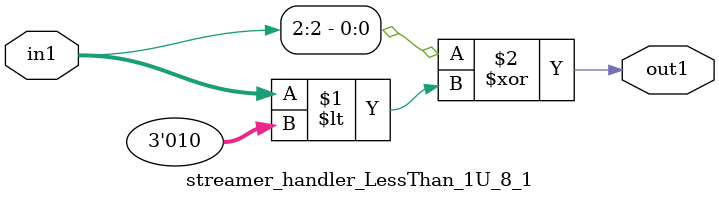
<source format=v>

`timescale 1ps / 1ps


module streamer_handler_LessThan_1U_8_1( in1, out1 );

    input [2:0] in1;
    output out1;

    
    // rtl_process:qkv_macro_handler_hub_LessThan_1U_68_1/qkv_macro_handler_hub_LessThan_1U_68_1_thread_1
    assign out1 = (in1[2] ^ in1 < 3'd2);

endmodule





</source>
